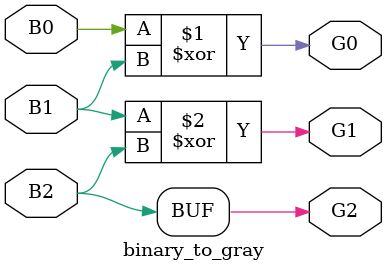
<source format=sv>

module binary_to_gray(B2, B1, B0, G2, G1, G0);
    input B2, B1, B0;
    output G2, G1, G0;
    
    xor(G0, B0, B1);
    xor(G1, B1, B2);
    buf(G2, B2);
endmodule

</source>
